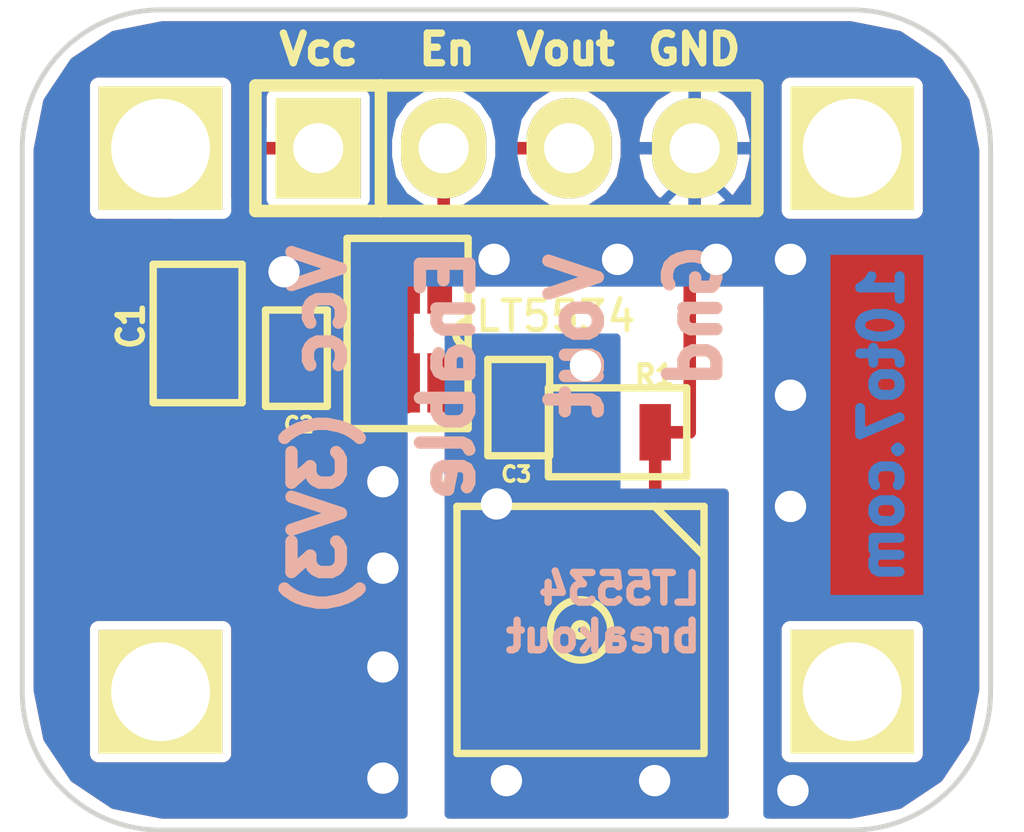
<source format=kicad_pcb>
(kicad_pcb (version 3) (host pcbnew "(2014-03-19 BZR 4756)-product")

  (general
    (links 16)
    (no_connects 0)
    (area 131.0436 97.77664 158.956401 117.2942)
    (thickness 1.6)
    (drawings 19)
    (tracks 105)
    (zones 0)
    (modules 11)
    (nets 7)
  )

  (page A4)
  (layers
    (15 F.Cu signal)
    (0 B.Cu signal)
    (16 B.Adhes user)
    (17 F.Adhes user)
    (18 B.Paste user)
    (19 F.Paste user)
    (20 B.SilkS user)
    (21 F.SilkS user)
    (22 B.Mask user)
    (23 F.Mask user)
    (24 Dwgs.User user)
    (25 Cmts.User user)
    (26 Eco1.User user)
    (27 Eco2.User user)
    (28 Edge.Cuts user)
  )

  (setup
    (last_trace_width 0.18)
    (trace_clearance 0.1)
    (zone_clearance 0.18)
    (zone_45_only no)
    (trace_min 0.18)
    (segment_width 0.2)
    (edge_width 0.1)
    (via_size 0.889)
    (via_drill 0.635)
    (via_min_size 0.889)
    (via_min_drill 0.508)
    (uvia_size 0.508)
    (uvia_drill 0.127)
    (uvias_allowed no)
    (uvia_min_size 0.508)
    (uvia_min_drill 0.127)
    (pcb_text_width 0.3)
    (pcb_text_size 1.5 1.5)
    (mod_edge_width 0.15)
    (mod_text_size 1 1)
    (mod_text_width 0.15)
    (pad_size 1.2 0.48)
    (pad_drill 0)
    (pad_to_mask_clearance 0)
    (aux_axis_origin 0 0)
    (grid_origin 135.2 113)
    (visible_elements FFFFFF7F)
    (pcbplotparams
      (layerselection 284196865)
      (usegerberextensions true)
      (excludeedgelayer true)
      (linewidth 0.150000)
      (plotframeref false)
      (viasonmask false)
      (mode 1)
      (useauxorigin false)
      (hpglpennumber 1)
      (hpglpenspeed 20)
      (hpglpendiameter 15)
      (hpglpenoverlay 2)
      (psnegative false)
      (psa4output false)
      (plotreference true)
      (plotvalue true)
      (plotothertext true)
      (plotinvisibletext false)
      (padsonsilk false)
      (subtractmaskfromsilk false)
      (outputformat 1)
      (mirror false)
      (drillshape 0)
      (scaleselection 1)
      (outputdirectory Gerber))
  )

  (net 0 "")
  (net 1 VCC)
  (net 2 GND)
  (net 3 "Net-(C3-Pad1)")
  (net 4 /RF_IN)
  (net 5 /Enable)
  (net 6 /Vout)

  (net_class Default "This is the default net class."
    (clearance 0.1)
    (trace_width 0.18)
    (via_dia 0.889)
    (via_drill 0.635)
    (uvia_dia 0.508)
    (uvia_drill 0.127)
    (add_net /Enable)
    (add_net /Vout)
    (add_net GND)
    (add_net "Net-(C3-Pad1)")
    (add_net VCC)
  )

  (net_class RFIn ""
    (clearance 0.2)
    (trace_width 0.25)
    (via_dia 0.889)
    (via_drill 0.635)
    (uvia_dia 0.508)
    (uvia_drill 0.127)
    (add_net /RF_IN)
  )

  (module 10to7_sm_standard:SM0603 (layer F.Cu) (tedit 5384765C) (tstamp 53845D5D)
    (at 138.75 105.75 90)
    (path /5383C654)
    (attr smd)
    (fp_text reference C1 (at 0.15 -1.35 90) (layer F.SilkS)
      (effects (font (size 0.508 0.4572) (thickness 0.1143)))
    )
    (fp_text value 0.1uF (at 0 1.425 90) (layer F.SilkS) hide
      (effects (font (size 0.508 0.4572) (thickness 0.1143)))
    )
    (fp_line (start -1.4 0.9) (end 1.4 0.9) (layer F.SilkS) (width 0.15))
    (fp_line (start 1.4 0.9) (end 1.4 -0.9) (layer F.SilkS) (width 0.15))
    (fp_line (start 1.4 -0.9) (end -1.4 -0.9) (layer F.SilkS) (width 0.15))
    (fp_line (start -1.4 -0.9) (end -1.4 0.9) (layer F.SilkS) (width 0.15))
    (pad 1 smd rect (at -0.762 0 90) (size 0.635 1.143) (layers F.Cu F.Paste F.Mask)
      (net 1 VCC))
    (pad 2 smd rect (at 0.762 0 90) (size 0.635 1.143) (layers F.Cu F.Paste F.Mask)
      (net 2 GND))
    (model smd\capacitors\C0603.wrl
      (at (xyz 0 0 0.001))
      (scale (xyz 0.5 0.5 0.5))
      (rotate (xyz 0 0 0))
    )
  )

  (module 10to7_sm_standard:SM0402 (layer F.Cu) (tedit 53847666) (tstamp 53845D67)
    (at 140.75 106.25 90)
    (path /5383C640)
    (attr smd)
    (fp_text reference C2 (at -1.35 0.05 360) (layer F.SilkS)
      (effects (font (size 0.3048 0.3048) (thickness 0.0762)))
    )
    (fp_text value 100pF (at 0 -0.9 90) (layer F.SilkS) hide
      (effects (font (size 0.3048 0.3048) (thickness 0.0762)))
    )
    (fp_line (start -0.975 0.625) (end 0.975 0.625) (layer F.SilkS) (width 0.15))
    (fp_line (start 0.975 0.625) (end 0.975 -0.625) (layer F.SilkS) (width 0.15))
    (fp_line (start 0.975 -0.625) (end -0.975 -0.625) (layer F.SilkS) (width 0.15))
    (fp_line (start -0.975 -0.625) (end -0.975 0.625) (layer F.SilkS) (width 0.15))
    (pad 1 smd rect (at -0.44958 0 90) (size 0.39878 0.59944) (layers F.Cu F.Paste F.Mask)
      (net 1 VCC))
    (pad 2 smd rect (at 0.44958 0 90) (size 0.39878 0.59944) (layers F.Cu F.Paste F.Mask)
      (net 2 GND))
    (model smd\chip_cms.wrl
      (at (xyz 0 0 0.002))
      (scale (xyz 0.05 0.05 0.05))
      (rotate (xyz 0 0 0))
    )
  )

  (module 10to7_sm_standard:SM0402 (layer F.Cu) (tedit 5384764D) (tstamp 53845D71)
    (at 145.25 107.25 270)
    (path /5383C714)
    (attr smd)
    (fp_text reference C3 (at 1.35 0.05 360) (layer F.SilkS)
      (effects (font (size 0.3048 0.3048) (thickness 0.0762)))
    )
    (fp_text value 1nF (at 0 -0.9 270) (layer F.SilkS) hide
      (effects (font (size 0.3048 0.3048) (thickness 0.0762)))
    )
    (fp_line (start -0.975 0.625) (end 0.975 0.625) (layer F.SilkS) (width 0.15))
    (fp_line (start 0.975 0.625) (end 0.975 -0.625) (layer F.SilkS) (width 0.15))
    (fp_line (start 0.975 -0.625) (end -0.975 -0.625) (layer F.SilkS) (width 0.15))
    (fp_line (start -0.975 -0.625) (end -0.975 0.625) (layer F.SilkS) (width 0.15))
    (pad 1 smd rect (at -0.44958 0 270) (size 0.39878 0.59944) (layers F.Cu F.Paste F.Mask)
      (net 3 "Net-(C3-Pad1)"))
    (pad 2 smd rect (at 0.44958 0 270) (size 0.39878 0.59944) (layers F.Cu F.Paste F.Mask)
      (net 4 /RF_IN))
    (model smd\chip_cms.wrl
      (at (xyz 0 0 0.002))
      (scale (xyz 0.05 0.05 0.05))
      (rotate (xyz 0 0 0))
    )
  )

  (module Pin_Headers:Pin_Header_Straight_1x04 (layer F.Cu) (tedit 53847047) (tstamp 53845D80)
    (at 145 102)
    (descr "1 pin")
    (tags "CONN DEV")
    (path /5383C5CA)
    (fp_text reference P1 (at 0 -2.286) (layer F.SilkS) hide
      (effects (font (size 1.27 1.27) (thickness 0.2032)))
    )
    (fp_text value CONN_4 (at 0 0) (layer F.SilkS) hide
      (effects (font (size 1.27 1.27) (thickness 0.2032)))
    )
    (fp_line (start -2.54 1.27) (end 5.08 1.27) (layer F.SilkS) (width 0.254))
    (fp_line (start -2.54 -1.27) (end 5.08 -1.27) (layer F.SilkS) (width 0.254))
    (fp_line (start -5.08 -1.27) (end -2.54 -1.27) (layer F.SilkS) (width 0.254))
    (fp_line (start 5.08 1.27) (end 5.08 -1.27) (layer F.SilkS) (width 0.254))
    (fp_line (start -2.54 -1.27) (end -2.54 1.27) (layer F.SilkS) (width 0.254))
    (fp_line (start -5.08 -1.27) (end -5.08 1.27) (layer F.SilkS) (width 0.254))
    (fp_line (start -5.08 1.27) (end -2.54 1.27) (layer F.SilkS) (width 0.254))
    (pad 1 thru_hole rect (at -3.81 0) (size 1.7272 2.032) (drill 1.016) (layers *.Cu *.Mask F.SilkS)
      (net 1 VCC))
    (pad 2 thru_hole oval (at -1.27 0) (size 1.7272 2.032) (drill 1.016) (layers *.Cu *.Mask F.SilkS)
      (net 5 /Enable))
    (pad 3 thru_hole oval (at 1.27 0) (size 1.7272 2.032) (drill 1.016) (layers *.Cu *.Mask F.SilkS)
      (net 6 /Vout))
    (pad 4 thru_hole oval (at 3.81 0) (size 1.7272 2.032) (drill 1.016) (layers *.Cu *.Mask F.SilkS)
      (net 2 GND))
    (model Pin_Headers/Pin_Header_Straight_1x04.wrl
      (at (xyz 0 0 0))
      (scale (xyz 1 1 1))
      (rotate (xyz 0 0 0))
    )
  )

  (module 10to7_sm_standard:SM0603 (layer F.Cu) (tedit 53847289) (tstamp 53845D8A)
    (at 147.25 107.75)
    (path /5383C728)
    (attr smd)
    (fp_text reference R1 (at 0.75 -1.15) (layer F.SilkS)
      (effects (font (size 0.4 0.4) (thickness 0.1)))
    )
    (fp_text value "47 Ohm" (at 0 1.425) (layer F.SilkS) hide
      (effects (font (size 0.508 0.4572) (thickness 0.1143)))
    )
    (fp_line (start -1.4 0.9) (end 1.4 0.9) (layer F.SilkS) (width 0.15))
    (fp_line (start 1.4 0.9) (end 1.4 -0.9) (layer F.SilkS) (width 0.15))
    (fp_line (start 1.4 -0.9) (end -1.4 -0.9) (layer F.SilkS) (width 0.15))
    (fp_line (start -1.4 -0.9) (end -1.4 0.9) (layer F.SilkS) (width 0.15))
    (pad 1 smd rect (at -0.762 0) (size 0.635 1.143) (layers F.Cu F.Paste F.Mask)
      (net 4 /RF_IN))
    (pad 2 smd rect (at 0.762 0) (size 0.635 1.143) (layers F.Cu F.Paste F.Mask)
      (net 2 GND))
    (model smd\capacitors\C0603.wrl
      (at (xyz 0 0 0.001))
      (scale (xyz 0.5 0.5 0.5))
      (rotate (xyz 0 0 0))
    )
  )

  (module 10to7_sm_standard:SC70 (layer F.Cu) (tedit 53847616) (tstamp 53846444)
    (at 143 105.75 270)
    (path /5383C526)
    (fp_text reference U1 (at -2.525 0 360) (layer F.SilkS) hide
      (effects (font (size 0.59944 0.59944) (thickness 0.09906)))
    )
    (fp_text value LT5534 (at -0.35 -3 360) (layer F.SilkS)
      (effects (font (size 0.59944 0.59944) (thickness 0.09906)))
    )
    (fp_line (start -1.825 -1.225) (end -1.925 -1.225) (layer F.SilkS) (width 0.15))
    (fp_line (start -1.925 -1.225) (end -1.925 1.225) (layer F.SilkS) (width 0.15))
    (fp_line (start -1.925 1.225) (end -1.85 1.225) (layer F.SilkS) (width 0.15))
    (fp_line (start 1.825 1.225) (end 1.925 1.225) (layer F.SilkS) (width 0.15))
    (fp_line (start 1.925 1.225) (end 1.925 -1.225) (layer F.SilkS) (width 0.15))
    (fp_line (start 1.925 -1.225) (end 1.825 -1.225) (layer F.SilkS) (width 0.15))
    (fp_arc (start 0 -1.225) (end 0.25 -1.225) (angle 90) (layer F.SilkS) (width 0.15))
    (fp_arc (start 0 -1.225) (end 0 -0.975) (angle 90) (layer F.SilkS) (width 0.15))
    (fp_line (start -1.825 -1.225) (end 1.825 -1.225) (layer F.SilkS) (width 0.15))
    (fp_line (start 1.825 1.225) (end -1.825 1.225) (layer F.SilkS) (width 0.15))
    (pad 2 smd trapezoid (at -1 0 270) (size 1.2 0.5) (layers F.Cu F.Paste F.Mask)
      (net 2 GND))
    (pad 5 smd trapezoid (at 1 0 270) (size 1.2 0.5) (layers F.Cu F.Paste F.Mask)
      (net 2 GND))
    (pad 1 smd trapezoid (at -1 -0.65 270) (size 1.2 0.5) (layers F.Cu F.Paste F.Mask)
      (net 5 /Enable))
    (pad 6 smd rect (at 1 -0.65 270) (size 1.2 0.5) (layers F.Cu F.Paste F.Mask)
      (net 3 "Net-(C3-Pad1)"))
    (pad 3 smd rect (at -1 0.65 270) (size 1.2 0.5) (layers F.Cu F.Paste F.Mask)
      (net 6 /Vout))
    (pad 4 smd rect (at 1 0.65 270) (size 1.2 0.5) (layers F.Cu F.Paste F.Mask)
      (net 1 VCC))
  )

  (module 10to7_connectors:U.FL (layer F.Cu) (tedit 5384703C) (tstamp 53845D77)
    (at 146.5 111.75 180)
    (path /5383C843)
    (fp_text reference U2 (at 0 -3.55 180) (layer F.SilkS) hide
      (effects (font (size 1 1) (thickness 0.15)))
    )
    (fp_text value Coax (at 3.4 0 270) (layer F.SilkS) hide
      (effects (font (size 1 1) (thickness 0.15)))
    )
    (fp_circle (center 0 0) (end 0.05 0) (layer F.SilkS) (width 0.15))
    (fp_line (start -2.5 1.5) (end -1.5 2.5) (layer F.SilkS) (width 0.15))
    (fp_line (start -2.5 -2.5) (end 2.5 -2.5) (layer F.SilkS) (width 0.15))
    (fp_line (start 2.5 -2.5) (end 2.5 2.5) (layer F.SilkS) (width 0.15))
    (fp_line (start 2.5 2.5) (end -2.5 2.5) (layer F.SilkS) (width 0.15))
    (fp_line (start -2.5 2.5) (end -2.5 -2.5) (layer F.SilkS) (width 0.15))
    (fp_circle (center 0 0) (end 0.35 -0.5) (layer F.SilkS) (width 0.15))
    (pad 2 smd rect (at 1.6 0 180) (size 1.2 2.2) (layers F.Cu F.Paste F.Mask)
      (net 2 GND))
    (pad 2 smd rect (at 0 -1.6 180) (size 1 1.2) (layers F.Cu F.Paste F.Mask)
      (net 2 GND))
    (pad 1 smd rect (at 0 1.6 180) (size 1 1.2) (layers F.Cu F.Paste F.Mask)
      (net 4 /RF_IN))
    (pad 2 smd rect (at -1.6 0 180) (size 1.2 2.2) (layers F.Cu F.Paste F.Mask)
      (net 2 GND))
  )

  (module 10to7_sm_standard:2mmHole (layer F.Cu) (tedit 538461C2) (tstamp 5384638A)
    (at 138 113)
    (fp_text reference 2mmHole_4 (at 0 2.875) (layer F.SilkS) hide
      (effects (font (thickness 0.3048)))
    )
    (fp_text value VAL** (at 0.20066 -2.49936) (layer F.SilkS) hide
      (effects (font (thickness 0.3048)))
    )
    (pad 1 thru_hole rect (at 0 0) (size 2.5 2.5) (drill 2) (layers *.Cu *.Mask F.SilkS))
  )

  (module 10to7_sm_standard:2mmHole (layer F.Cu) (tedit 538461B7) (tstamp 53846398)
    (at 152 113)
    (fp_text reference 2mmHole_3 (at 0 2.875) (layer F.SilkS) hide
      (effects (font (thickness 0.3048)))
    )
    (fp_text value VAL** (at 0.20066 -2.49936) (layer F.SilkS) hide
      (effects (font (thickness 0.3048)))
    )
    (pad 1 thru_hole rect (at 0 0) (size 2.5 2.5) (drill 2) (layers *.Cu *.Mask F.SilkS))
  )

  (module 10to7_sm_standard:2mmHole (layer F.Cu) (tedit 538461A0) (tstamp 538463A1)
    (at 152 102)
    (fp_text reference 2mmHole_2 (at 0 2.875) (layer F.SilkS) hide
      (effects (font (thickness 0.3048)))
    )
    (fp_text value VAL** (at 0.20066 -2.49936) (layer F.SilkS) hide
      (effects (font (thickness 0.3048)))
    )
    (pad 1 thru_hole rect (at 0 0) (size 2.5 2.5) (drill 2) (layers *.Cu *.Mask F.SilkS))
  )

  (module 10to7_sm_standard:2mmHole (layer F.Cu) (tedit 5384618F) (tstamp 538463AA)
    (at 138 102)
    (fp_text reference 2mmHole_1 (at 0 2.875) (layer F.SilkS) hide
      (effects (font (thickness 0.3048)))
    )
    (fp_text value VAL** (at 0.20066 -2.49936) (layer F.SilkS) hide
      (effects (font (thickness 0.3048)))
    )
    (pad 1 thru_hole rect (at 0 0) (size 2.5 2.5) (drill 2) (layers *.Cu *.Mask F.SilkS))
  )

  (gr_text 10to7.com (at 152.6 107.6 90) (layer B.Cu)
    (effects (font (size 0.8 0.8) (thickness 0.2)) (justify mirror))
  )
  (gr_text "LT5534\nbreakout" (at 149 111.4) (layer B.SilkS)
    (effects (font (size 0.6 0.6) (thickness 0.15)) (justify left mirror))
  )
  (gr_text 10to7.com (at 152.6 107.6 90) (layer B.Mask)
    (effects (font (size 0.8 0.8) (thickness 0.2)) (justify mirror))
  )
  (gr_text "Vcc (3V3)" (at 141.2 111.6 90) (layer B.SilkS)
    (effects (font (size 1 1) (thickness 0.25)) (justify right mirror))
  )
  (gr_text Enable (at 143.8 106.6 90) (layer B.SilkS)
    (effects (font (size 1 1) (thickness 0.25)) (justify mirror))
  )
  (gr_text Vout (at 146.4 105.8 90) (layer B.SilkS)
    (effects (font (size 1 1) (thickness 0.25)) (justify mirror))
  )
  (gr_text Gnd (at 148.8 105.4 90) (layer B.SilkS)
    (effects (font (size 1 1) (thickness 0.25)) (justify mirror))
  )
  (gr_text Vcc (at 141.2 100) (layer F.SilkS)
    (effects (font (size 0.6 0.6) (thickness 0.15)))
  )
  (gr_text En (at 143.8 100) (layer F.SilkS)
    (effects (font (size 0.6 0.6) (thickness 0.15)))
  )
  (gr_text Vout (at 146.2 100) (layer F.SilkS)
    (effects (font (size 0.6 0.6) (thickness 0.15)))
  )
  (gr_text GND (at 148.8 100) (layer F.SilkS)
    (effects (font (size 0.6 0.6) (thickness 0.15)))
  )
  (gr_line (start 135.2 102) (end 135.2 113) (angle 90) (layer Edge.Cuts) (width 0.1))
  (gr_line (start 152 99.2) (end 138 99.2) (angle 90) (layer Edge.Cuts) (width 0.1))
  (gr_arc (start 138 102) (end 135.2 102) (angle 90) (layer Edge.Cuts) (width 0.1))
  (gr_line (start 152 115.8) (end 138 115.8) (angle 90) (layer Edge.Cuts) (width 0.1))
  (gr_arc (start 138 113) (end 138 115.8) (angle 90) (layer Edge.Cuts) (width 0.1))
  (gr_line (start 154.8 113) (end 154.8 102) (angle 90) (layer Edge.Cuts) (width 0.1))
  (gr_arc (start 152 102) (end 152 99.2) (angle 90) (layer Edge.Cuts) (width 0.1))
  (gr_arc (start 152 113) (end 154.8 113) (angle 90) (layer Edge.Cuts) (width 0.1))

  (segment (start 140.75 106.6996) (end 141.431 106.6996) (width 0.254) (layer F.Cu) (net 1))
  (segment (start 142.35 106.75) (end 141.4814 106.75) (width 0.254) (layer F.Cu) (net 1))
  (segment (start 141.4814 106.75) (end 141.431 106.6996) (width 0.254) (layer F.Cu) (net 1))
  (segment (start 141.19 102) (end 139.9451 102) (width 0.254) (layer F.Cu) (net 1))
  (segment (start 139.9451 102) (end 139.9451 103.1348) (width 0.254) (layer F.Cu) (net 1))
  (segment (start 139.9451 103.1348) (end 139.4485 103.6314) (width 0.254) (layer F.Cu) (net 1))
  (segment (start 139.4485 103.6314) (end 138.6778 103.6314) (width 0.254) (layer F.Cu) (net 1))
  (segment (start 138.6778 103.6314) (end 137.7971 104.5121) (width 0.254) (layer F.Cu) (net 1))
  (segment (start 137.7971 104.5121) (end 137.7971 105.5591) (width 0.254) (layer F.Cu) (net 1))
  (segment (start 137.7971 105.5591) (end 138.75 106.512) (width 0.254) (layer F.Cu) (net 1))
  (segment (start 138.75 106.512) (end 139.7028 106.512) (width 0.254) (layer F.Cu) (net 1))
  (segment (start 140.75 106.6996) (end 139.8904 106.6996) (width 0.254) (layer F.Cu) (net 1))
  (segment (start 139.8904 106.6996) (end 139.7028 106.512) (width 0.254) (layer F.Cu) (net 1))
  (segment (start 150.75 109.25) (end 150.75 110.95) (width 0.18) (layer B.Cu) (net 2))
  (segment (start 153.8 111.6) (end 153.8 114.4) (width 0.18) (layer B.Cu) (net 2) (tstamp 538479B8))
  (segment (start 153.4 111.2) (end 153.8 111.6) (width 0.18) (layer B.Cu) (net 2) (tstamp 538479B4))
  (segment (start 151 111.2) (end 153.4 111.2) (width 0.18) (layer B.Cu) (net 2) (tstamp 538479B1))
  (segment (start 150.75 110.95) (end 151 111.2) (width 0.18) (layer B.Cu) (net 2) (tstamp 538479AF))
  (segment (start 153.8 114.4) (end 153.4 114.8) (width 0.18) (layer B.Cu) (net 2) (tstamp 538479BA))
  (segment (start 153.4 114.8) (end 151 114.8) (width 0.18) (layer B.Cu) (net 2) (tstamp 538479BD))
  (segment (start 151 114.8) (end 150.8 115) (width 0.18) (layer B.Cu) (net 2) (tstamp 538479BF))
  (segment (start 146.5 112.3687) (end 145.5187 112.3687) (width 0.254) (layer F.Cu) (net 2))
  (segment (start 145.5187 112.3687) (end 144.9 111.75) (width 0.254) (layer F.Cu) (net 2))
  (segment (start 148.012 111.6675) (end 147.3108 112.3687) (width 0.254) (layer F.Cu) (net 2))
  (segment (start 147.3108 112.3687) (end 146.5 112.3687) (width 0.254) (layer F.Cu) (net 2))
  (segment (start 148.012 111.6675) (end 148.012 107.75) (width 0.254) (layer F.Cu) (net 2))
  (segment (start 148.1 111.75) (end 148.0945 111.75) (width 0.254) (layer F.Cu) (net 2))
  (segment (start 148.0945 111.75) (end 148.012 111.6675) (width 0.254) (layer F.Cu) (net 2))
  (segment (start 146.5 113.35) (end 146.5 112.3687) (width 0.254) (layer F.Cu) (net 2))
  (segment (start 143 104.75) (end 143 105.7687) (width 0.254) (layer F.Cu) (net 2))
  (segment (start 140.75 105.8004) (end 141.431 105.8004) (width 0.254) (layer F.Cu) (net 2))
  (segment (start 143 106.75) (end 143 105.7687) (width 0.254) (layer F.Cu) (net 2))
  (segment (start 143 105.7687) (end 141.4627 105.7687) (width 0.254) (layer F.Cu) (net 2))
  (segment (start 141.4627 105.7687) (end 141.431 105.8004) (width 0.254) (layer F.Cu) (net 2))
  (segment (start 143 107.2406) (end 143 106.75) (width 0.254) (layer F.Cu) (net 2))
  (segment (start 140.75 105.8004) (end 138.8636 105.8004) (width 0.254) (layer F.Cu) (net 2))
  (segment (start 138.75 104.988) (end 138.75 105.6868) (width 0.254) (layer F.Cu) (net 2))
  (segment (start 138.8636 105.8004) (end 138.75 105.6868) (width 0.254) (layer F.Cu) (net 2))
  (segment (start 148.81 102) (end 148.81 103.3973) (width 0.254) (layer F.Cu) (net 2))
  (segment (start 148.012 107.75) (end 148.7108 107.75) (width 0.254) (layer F.Cu) (net 2))
  (segment (start 148.7108 107.75) (end 148.7108 103.4965) (width 0.254) (layer F.Cu) (net 2))
  (segment (start 148.7108 103.4965) (end 148.81 103.3973) (width 0.254) (layer F.Cu) (net 2))
  (segment (start 148.81 102) (end 148.81 102.44) (width 0.18) (layer B.Cu) (net 2))
  (segment (start 148.1 114.7) (end 148 114.8) (width 0.18) (layer F.Cu) (net 2) (tstamp 53846AD1))
  (via (at 148 114.8) (size 0.889) (layers F.Cu B.Cu) (net 2))
  (segment (start 148 114.8) (end 147.75 115.05) (width 0.18) (layer B.Cu) (net 2) (tstamp 53846AD6))
  (segment (start 147.75 115.05) (end 145 114.8) (width 0.18) (layer B.Cu) (net 2) (tstamp 53846AD7))
  (via (at 145 114.8) (size 0.889) (layers F.Cu B.Cu) (net 2))
  (segment (start 145 114.8) (end 145 115.05) (width 0.18) (layer F.Cu) (net 2) (tstamp 53846ADD))
  (segment (start 148.1 111.75) (end 148.1 114.7) (width 0.18) (layer F.Cu) (net 2))
  (segment (start 139.238 104.5) (end 138.75 104.988) (width 0.18) (layer F.Cu) (net 2) (tstamp 53846B10))
  (segment (start 148.81 102.44) (end 146.75 104.5) (width 0.18) (layer B.Cu) (net 2) (tstamp 53846985))
  (via (at 140.5 104.5) (size 0.889) (layers F.Cu B.Cu) (net 2))
  (segment (start 146.75 104.5) (end 140.5 104.5) (width 0.18) (layer B.Cu) (net 2) (tstamp 5384698F))
  (segment (start 140.5 104.5) (end 139.238 104.5) (width 0.18) (layer F.Cu) (net 2))
  (via (at 150.75 104.25) (size 0.889) (layers F.Cu B.Cu) (net 2))
  (segment (start 150.75 104.25) (end 150.75 107) (width 0.18) (layer F.Cu) (net 2) (tstamp 53846BCB))
  (via (at 150.75 107) (size 0.889) (layers F.Cu B.Cu) (net 2))
  (segment (start 150.75 107) (end 150.75 109.25) (width 0.18) (layer B.Cu) (net 2) (tstamp 53846BD1))
  (via (at 150.75 109.25) (size 0.889) (layers F.Cu B.Cu) (net 2))
  (segment (start 150.75 109.25) (end 150.75 109) (width 0.18) (layer F.Cu) (net 2) (tstamp 53846BD4))
  (segment (start 148.81 102.31) (end 150.75 104.25) (width 0.18) (layer B.Cu) (net 2) (tstamp 53846BC1))
  (segment (start 148.81 102) (end 148.81 102.31) (width 0.18) (layer B.Cu) (net 2))
  (via (at 149.25 104.25) (size 0.889) (layers F.Cu B.Cu) (net 2))
  (segment (start 149.25 104.25) (end 147.25 104.25) (width 0.18) (layer B.Cu) (net 2) (tstamp 53846BEC))
  (via (at 147.25 104.25) (size 0.889) (layers F.Cu B.Cu) (net 2))
  (segment (start 147.25 104.25) (end 144.75 104.25) (width 0.18) (layer F.Cu) (net 2) (tstamp 53846BF3))
  (via (at 144.75 104.25) (size 0.889) (layers F.Cu B.Cu) (net 2))
  (segment (start 150.75 104.25) (end 149.25 104.25) (width 0.18) (layer F.Cu) (net 2))
  (segment (start 153.8 114.4) (end 153.4 114.8) (width 0.18) (layer B.Cu) (net 2) (tstamp 53846D83))
  (segment (start 153.4 114.8) (end 151 114.8) (width 0.18) (layer B.Cu) (net 2) (tstamp 53846D84))
  (segment (start 151 114.8) (end 150.8 115) (width 0.18) (layer B.Cu) (net 2) (tstamp 53846D85))
  (via (at 150.8 115) (size 0.889) (layers F.Cu B.Cu) (net 2))
  (segment (start 144.9 109.3) (end 144.8 109.2) (width 0.18) (layer F.Cu) (net 2) (tstamp 53846EE4))
  (via (at 144.8 109.2) (size 0.889) (layers F.Cu B.Cu) (net 2))
  (segment (start 144.8 109.2) (end 146.6 107.4) (width 0.18) (layer B.Cu) (net 2) (tstamp 53846EEC))
  (segment (start 146.6 107.4) (end 146.6 106.4) (width 0.18) (layer B.Cu) (net 2) (tstamp 53846EED))
  (via (at 146.6 106.4) (size 0.889) (layers F.Cu B.Cu) (net 2))
  (segment (start 144.9 111.75) (end 144.9 109.3) (width 0.18) (layer F.Cu) (net 2))
  (segment (start 140.5 104.5) (end 140.5 106.75) (width 0.18) (layer B.Cu) (net 2))
  (segment (start 140.5 106.75) (end 142.5 108.75) (width 0.18) (layer B.Cu) (net 2) (tstamp 53846BA1))
  (via (at 142.5 108.75) (size 0.889) (layers F.Cu B.Cu) (net 2))
  (segment (start 142.5 108.75) (end 142.5 110.5) (width 0.18) (layer F.Cu) (net 2) (tstamp 53846BAA))
  (via (at 142.5 110.5) (size 0.889) (layers F.Cu B.Cu) (net 2))
  (segment (start 142.5 110.5) (end 142.5 112.5) (width 0.18) (layer B.Cu) (net 2) (tstamp 53846BAD))
  (via (at 142.5 112.5) (size 0.889) (layers F.Cu B.Cu) (net 2))
  (segment (start 142.5 112.5) (end 142.5 114.75) (width 0.18) (layer F.Cu) (net 2) (tstamp 53846BB3))
  (via (at 142.5 114.75) (size 0.889) (layers F.Cu B.Cu) (net 2))
  (segment (start 143.70042 106.80042) (end 143.65 106.75) (width 0.254) (layer F.Cu) (net 3) (tstamp 538464EB))
  (segment (start 145.25 106.80042) (end 143.70042 106.80042) (width 0.254) (layer F.Cu) (net 3))
  (segment (start 146.43758 107.69958) (end 146.488 107.75) (width 0.18) (layer F.Cu) (net 4) (tstamp 53846F7D))
  (segment (start 145.25 107.69958) (end 146.43758 107.69958) (width 0.25) (layer F.Cu) (net 4))
  (segment (start 146.488 110.138) (end 146.5 110.15) (width 0.18) (layer F.Cu) (net 4) (tstamp 53846F98))
  (segment (start 146.488 107.75) (end 146.488 110.138) (width 0.25) (layer F.Cu) (net 4))
  (segment (start 143.73 102) (end 143.73 103.3973) (width 0.254) (layer F.Cu) (net 5))
  (segment (start 143.65 104.75) (end 143.65 103.4773) (width 0.254) (layer F.Cu) (net 5))
  (segment (start 143.65 103.4773) (end 143.73 103.3973) (width 0.254) (layer F.Cu) (net 5))
  (segment (start 146.27 102) (end 145.0251 102) (width 0.254) (layer F.Cu) (net 6))
  (segment (start 142.35 104.75) (end 142.35 103.7233) (width 0.254) (layer F.Cu) (net 6))
  (segment (start 142.35 103.7233) (end 142.435 103.6383) (width 0.254) (layer F.Cu) (net 6))
  (segment (start 142.435 103.6383) (end 142.435 101.3791) (width 0.254) (layer F.Cu) (net 6))
  (segment (start 142.435 101.3791) (end 143.2265 100.5876) (width 0.254) (layer F.Cu) (net 6))
  (segment (start 143.2265 100.5876) (end 144.2809 100.5876) (width 0.254) (layer F.Cu) (net 6))
  (segment (start 144.2809 100.5876) (end 145.0251 101.3318) (width 0.254) (layer F.Cu) (net 6))
  (segment (start 145.0251 101.3318) (end 145.0251 102) (width 0.254) (layer F.Cu) (net 6))

  (zone (net 2) (net_name GND) (layer B.Cu) (tstamp 53846839) (hatch edge 0.508)
    (connect_pads (clearance 0.18))
    (min_thickness 0.18)
    (fill (arc_segments 16) (thermal_gap 0.25) (thermal_bridge_width 0.25))
    (polygon
      (pts
        (xy 143.75 105.75) (xy 149.5 105.75) (xy 149.5 115.75) (xy 143.75 115.75)
      )
    )
    (filled_polygon
      (pts
        (xy 149.41 115.48) (xy 143.84 115.48) (xy 143.84 105.84) (xy 147.22 105.84) (xy 147.22 108.98)
        (xy 149.41 108.98) (xy 149.41 115.48)
      )
    )
  )
  (zone (net 2) (net_name GND) (layer F.Cu) (tstamp 5384685A) (hatch edge 0.508)
    (connect_pads (clearance 0.18))
    (min_thickness 0.18)
    (fill (arc_segments 16) (thermal_gap 0.25) (thermal_bridge_width 0.25))
    (polygon
      (pts
        (xy 143.75 105.75) (xy 149.5 105.75) (xy 149.5 115.75) (xy 143.75 115.75)
      )
    )
    (filled_polygon
      (pts
        (xy 149.41 115.48) (xy 149.04 115.48) (xy 149.04 112.91763) (xy 149.04 112.78237) (xy 149.04 111.87)
        (xy 149.04 111.63) (xy 149.04 110.71763) (xy 149.04 110.58237) (xy 148.988238 110.457405) (xy 148.892594 110.361762)
        (xy 148.76763 110.31) (xy 148.22 110.31) (xy 148.135 110.395) (xy 148.135 111.715) (xy 148.955 111.715)
        (xy 149.04 111.63) (xy 149.04 111.87) (xy 148.955 111.785) (xy 148.135 111.785) (xy 148.135 113.105)
        (xy 148.22 113.19) (xy 148.76763 113.19) (xy 148.892594 113.138238) (xy 148.988238 113.042595) (xy 149.04 112.91763)
        (xy 149.04 115.48) (xy 148.065 115.48) (xy 148.065 113.105) (xy 148.065 111.785) (xy 147.245 111.785)
        (xy 147.16 111.87) (xy 147.16 112.448261) (xy 147.06763 112.41) (xy 146.62 112.41) (xy 146.535 112.495)
        (xy 146.535 113.315) (xy 147.255 113.315) (xy 147.34 113.23) (xy 147.34 113.151738) (xy 147.43237 113.19)
        (xy 147.98 113.19) (xy 148.065 113.105) (xy 148.065 115.48) (xy 147.34 115.48) (xy 147.34 114.01763)
        (xy 147.34 113.88237) (xy 147.34 113.47) (xy 147.255 113.385) (xy 146.535 113.385) (xy 146.535 114.205)
        (xy 146.62 114.29) (xy 147.06763 114.29) (xy 147.192594 114.238238) (xy 147.288238 114.142595) (xy 147.34 114.01763)
        (xy 147.34 115.48) (xy 146.465 115.48) (xy 146.465 114.205) (xy 146.465 113.385) (xy 146.465 113.315)
        (xy 146.465 112.495) (xy 146.38 112.41) (xy 145.93237 112.41) (xy 145.84 112.448261) (xy 145.84 111.87)
        (xy 145.755 111.785) (xy 144.935 111.785) (xy 144.935 113.105) (xy 145.02 113.19) (xy 145.56763 113.19)
        (xy 145.66 113.151738) (xy 145.66 113.23) (xy 145.745 113.315) (xy 146.465 113.315) (xy 146.465 113.385)
        (xy 145.745 113.385) (xy 145.66 113.47) (xy 145.66 113.88237) (xy 145.66 114.01763) (xy 145.711762 114.142595)
        (xy 145.807406 114.238238) (xy 145.93237 114.29) (xy 146.38 114.29) (xy 146.465 114.205) (xy 146.465 115.48)
        (xy 144.865 115.48) (xy 144.865 113.105) (xy 144.865 111.785) (xy 144.865 111.715) (xy 144.865 110.395)
        (xy 144.78 110.31) (xy 144.23237 110.31) (xy 144.107406 110.361762) (xy 144.011762 110.457405) (xy 143.96 110.58237)
        (xy 143.96 110.71763) (xy 143.96 111.63) (xy 144.045 111.715) (xy 144.865 111.715) (xy 144.865 111.785)
        (xy 144.045 111.785) (xy 143.96 111.87) (xy 143.96 112.78237) (xy 143.96 112.91763) (xy 144.011762 113.042595)
        (xy 144.107406 113.138238) (xy 144.23237 113.19) (xy 144.78 113.19) (xy 144.865 113.105) (xy 144.865 115.48)
        (xy 143.84 115.48) (xy 143.84 107.62) (xy 143.953706 107.62) (xy 144.052942 107.578895) (xy 144.128895 107.502943)
        (xy 144.17 107.403707) (xy 144.17 107.296294) (xy 144.17 107.19742) (xy 144.766052 107.19742) (xy 144.797337 107.228705)
        (xy 144.822616 107.239176) (xy 144.786008 107.25434) (xy 144.70443 107.335918) (xy 144.66028 107.442506) (xy 144.66028 107.557875)
        (xy 144.66028 107.956655) (xy 144.70443 108.063242) (xy 144.786008 108.14482) (xy 144.892596 108.18897) (xy 145.007965 108.18897)
        (xy 145.607405 108.18897) (xy 145.713992 108.14482) (xy 145.744232 108.11458) (xy 145.8805 108.11458) (xy 145.8805 108.379185)
        (xy 145.92465 108.485772) (xy 146.006228 108.56735) (xy 146.073 108.595007) (xy 146.073 109.26) (xy 145.942315 109.26)
        (xy 145.835728 109.30415) (xy 145.75415 109.385728) (xy 145.71 109.492316) (xy 145.71 109.607685) (xy 145.71 110.379167)
        (xy 145.692594 110.361762) (xy 145.56763 110.31) (xy 145.02 110.31) (xy 144.935 110.395) (xy 144.935 111.715)
        (xy 145.755 111.715) (xy 145.84 111.63) (xy 145.84 110.997619) (xy 145.942316 111.04) (xy 146.057685 111.04)
        (xy 147.057685 111.04) (xy 147.16 110.997619) (xy 147.16 111.63) (xy 147.245 111.715) (xy 148.065 111.715)
        (xy 148.065 110.395) (xy 147.98 110.31) (xy 147.43237 110.31) (xy 147.307406 110.361762) (xy 147.29 110.379167)
        (xy 147.29 109.492315) (xy 147.24585 109.385728) (xy 147.164272 109.30415) (xy 147.057684 109.26) (xy 146.942315 109.26)
        (xy 146.903 109.26) (xy 146.903 108.595008) (xy 146.969772 108.56735) (xy 147.05135 108.485772) (xy 147.0955 108.379184)
        (xy 147.0955 108.263815) (xy 147.0955 107.120815) (xy 147.05135 107.014228) (xy 146.969772 106.93265) (xy 146.863184 106.8885)
        (xy 146.747815 106.8885) (xy 146.112815 106.8885) (xy 146.006228 106.93265) (xy 145.92465 107.014228) (xy 145.8805 107.120816)
        (xy 145.8805 107.236185) (xy 145.8805 107.28458) (xy 145.744232 107.28458) (xy 145.713992 107.25434) (xy 145.677382 107.239176)
        (xy 145.702662 107.228705) (xy 145.778615 107.152753) (xy 145.81972 107.053517) (xy 145.81972 106.946104) (xy 145.81972 106.547324)
        (xy 145.778615 106.448088) (xy 145.702663 106.372135) (xy 145.603427 106.33103) (xy 145.496014 106.33103) (xy 144.896574 106.33103)
        (xy 144.797338 106.372135) (xy 144.766052 106.40342) (xy 144.17 106.40342) (xy 144.17 106.096294) (xy 144.128895 105.997058)
        (xy 144.052943 105.921105) (xy 143.953707 105.88) (xy 143.846294 105.88) (xy 143.84 105.88) (xy 143.84 105.84)
        (xy 147.22 105.84) (xy 147.22 108.98) (xy 149.41 108.98) (xy 149.41 115.48)
      )
    )
  )
  (zone (net 2) (net_name GND) (layer F.Cu) (tstamp 53846B2B) (hatch edge 0.508)
    (connect_pads (clearance 0.18))
    (min_thickness 0.18)
    (fill (arc_segments 16) (thermal_gap 0.25) (thermal_bridge_width 0.25))
    (polygon
      (pts
        (xy 155.5 115.75) (xy 150.25 115.75) (xy 150.2 104.8) (xy 143 104.8) (xy 143 115.75)
        (xy 134.75 115.75) (xy 134.75 99) (xy 154.5 99) (xy 155.4 99) (xy 155.5 103.75)
      )
    )
    (filled_polygon
      (pts
        (xy 142.91 105.88) (xy 142.696294 105.88) (xy 142.675 105.88882) (xy 142.653707 105.88) (xy 142.546294 105.88)
        (xy 142.046294 105.88) (xy 141.947058 105.921105) (xy 141.871105 105.997057) (xy 141.83 106.096293) (xy 141.83 106.203706)
        (xy 141.83 106.353) (xy 141.613126 106.353) (xy 141.582925 106.33282) (xy 141.431 106.3026) (xy 141.233967 106.3026)
        (xy 141.226122 106.294755) (xy 141.242315 106.288048) (xy 141.337958 106.192404) (xy 141.38972 106.06744) (xy 141.38972 105.92042)
        (xy 141.38972 105.68042) (xy 141.38972 105.5334) (xy 141.337958 105.408436) (xy 141.242315 105.312792) (xy 141.11735 105.26103)
        (xy 140.98209 105.26103) (xy 140.87 105.26103) (xy 140.785 105.34603) (xy 140.785 105.76542) (xy 141.30472 105.76542)
        (xy 141.38972 105.68042) (xy 141.38972 105.92042) (xy 141.30472 105.83542) (xy 140.785 105.83542) (xy 140.785 105.85542)
        (xy 140.715 105.85542) (xy 140.715 105.83542) (xy 140.715 105.76542) (xy 140.715 105.34603) (xy 140.63 105.26103)
        (xy 140.51791 105.26103) (xy 140.38265 105.26103) (xy 140.257685 105.312792) (xy 140.162042 105.408436) (xy 140.11028 105.5334)
        (xy 140.11028 105.68042) (xy 140.19528 105.76542) (xy 140.715 105.76542) (xy 140.715 105.83542) (xy 140.19528 105.83542)
        (xy 140.11028 105.92042) (xy 140.11028 106.06744) (xy 140.162042 106.192404) (xy 140.257685 106.288048) (xy 140.273877 106.294755)
        (xy 140.266032 106.3026) (xy 140.054842 106.3026) (xy 139.983521 106.231279) (xy 139.854725 106.14522) (xy 139.7028 106.115)
        (xy 139.6615 106.115) (xy 139.6615 105.37313) (xy 139.6615 105.108) (xy 139.6615 104.868) (xy 139.6615 104.60287)
        (xy 139.609738 104.477906) (xy 139.514095 104.382262) (xy 139.38913 104.3305) (xy 139.25387 104.3305) (xy 138.87 104.3305)
        (xy 138.785 104.4155) (xy 138.785 104.953) (xy 139.5765 104.953) (xy 139.6615 104.868) (xy 139.6615 105.108)
        (xy 139.5765 105.023) (xy 138.785 105.023) (xy 138.785 105.5605) (xy 138.87 105.6455) (xy 139.25387 105.6455)
        (xy 139.38913 105.6455) (xy 139.514095 105.593738) (xy 139.609738 105.498094) (xy 139.6615 105.37313) (xy 139.6615 106.115)
        (xy 139.580815 106.115) (xy 139.550395 106.041558) (xy 139.474443 105.965605) (xy 139.375207 105.9245) (xy 139.267794 105.9245)
        (xy 138.723942 105.9245) (xy 138.444942 105.6455) (xy 138.63 105.6455) (xy 138.715 105.5605) (xy 138.715 105.023)
        (xy 138.695 105.023) (xy 138.695 104.953) (xy 138.715 104.953) (xy 138.715 104.4155) (xy 138.63 104.3305)
        (xy 138.540142 104.3305) (xy 138.842242 104.0284) (xy 139.4485 104.0284) (xy 139.4485 104.028399) (xy 139.600425 103.99818)
        (xy 139.729221 103.912121) (xy 140.225821 103.415522) (xy 140.225821 103.415521) (xy 140.31188 103.286726) (xy 140.31188 103.286725)
        (xy 140.312024 103.286) (xy 140.380106 103.286) (xy 142.038 103.286) (xy 142.038 103.489391) (xy 141.98322 103.571375)
        (xy 141.953 103.7233) (xy 141.953 103.918643) (xy 141.947058 103.921105) (xy 141.871105 103.997057) (xy 141.83 104.096293)
        (xy 141.83 104.203706) (xy 141.83 105.403706) (xy 141.871105 105.502942) (xy 141.947057 105.578895) (xy 142.046293 105.62)
        (xy 142.153706 105.62) (xy 142.653706 105.62) (xy 142.674999 105.611179) (xy 142.696293 105.62) (xy 142.803706 105.62)
        (xy 142.91 105.62) (xy 142.91 105.88)
      )
    )
    (filled_polygon
      (pts
        (xy 154.48 112.968484) (xy 154.285429 113.946655) (xy 153.749191 114.749192) (xy 153.52 114.902332) (xy 153.52 114.303707)
        (xy 153.52 114.196294) (xy 153.52 111.696294) (xy 153.52 103.303707) (xy 153.52 103.196294) (xy 153.52 100.696294)
        (xy 153.478895 100.597058) (xy 153.402943 100.521105) (xy 153.303707 100.48) (xy 153.196294 100.48) (xy 150.696294 100.48)
        (xy 150.597058 100.521105) (xy 150.521105 100.597057) (xy 150.48 100.696293) (xy 150.48 100.803706) (xy 150.48 103.303706)
        (xy 150.521105 103.402942) (xy 150.597057 103.478895) (xy 150.696293 103.52) (xy 150.803706 103.52) (xy 153.303706 103.52)
        (xy 153.402942 103.478895) (xy 153.478895 103.402943) (xy 153.52 103.303707) (xy 153.52 111.696294) (xy 153.478895 111.597058)
        (xy 153.402943 111.521105) (xy 153.303707 111.48) (xy 153.196294 111.48) (xy 150.696294 111.48) (xy 150.597058 111.521105)
        (xy 150.521105 111.597057) (xy 150.48 111.696293) (xy 150.48 111.803706) (xy 150.48 114.303706) (xy 150.521105 114.402942)
        (xy 150.597057 114.478895) (xy 150.696293 114.52) (xy 150.803706 114.52) (xy 153.303706 114.52) (xy 153.402942 114.478895)
        (xy 153.478895 114.402943) (xy 153.52 114.303707) (xy 153.52 114.902332) (xy 152.946655 115.285429) (xy 151.968484 115.48)
        (xy 150.338768 115.48) (xy 150.28959 104.71) (xy 150.0136 104.71) (xy 150.0136 102.1874) (xy 150.0136 102.035)
        (xy 150.0136 101.965) (xy 150.0136 101.8126) (xy 149.908587 101.354666) (xy 149.636324 100.971777) (xy 149.238261 100.722225)
        (xy 149.032774 100.664796) (xy 148.845 100.729548) (xy 148.845 101.965) (xy 150.0136 101.965) (xy 150.0136 102.035)
        (xy 148.845 102.035) (xy 148.845 103.270452) (xy 149.032774 103.335204) (xy 149.238261 103.277775) (xy 149.636324 103.028223)
        (xy 149.908587 102.645334) (xy 150.0136 102.1874) (xy 150.0136 104.71) (xy 148.775 104.71) (xy 148.775 103.270452)
        (xy 148.775 102.035) (xy 148.775 101.965) (xy 148.775 100.729548) (xy 148.587226 100.664796) (xy 148.381739 100.722225)
        (xy 147.983676 100.971777) (xy 147.711413 101.354666) (xy 147.6064 101.8126) (xy 147.6064 101.965) (xy 148.775 101.965)
        (xy 148.775 102.035) (xy 147.6064 102.035) (xy 147.6064 102.1874) (xy 147.711413 102.645334) (xy 147.983676 103.028223)
        (xy 148.381739 103.277775) (xy 148.587226 103.335204) (xy 148.775 103.270452) (xy 148.775 104.71) (xy 144.17 104.71)
        (xy 144.17 104.096294) (xy 144.128895 103.997058) (xy 144.052943 103.921105) (xy 144.047 103.918643) (xy 144.047 103.623725)
        (xy 144.09678 103.549225) (xy 144.126999 103.3973) (xy 144.127 103.3973) (xy 144.127 103.232225) (xy 144.16381 103.224904)
        (xy 144.531576 102.97917) (xy 144.77731 102.611404) (xy 144.831506 102.338938) (xy 144.873175 102.36678) (xy 145.0251 102.397)
        (xy 145.180042 102.397) (xy 145.22269 102.611404) (xy 145.468424 102.97917) (xy 145.83619 103.224904) (xy 146.27 103.311194)
        (xy 146.70381 103.224904) (xy 147.071576 102.97917) (xy 147.31731 102.611404) (xy 147.4036 102.177594) (xy 147.4036 101.822406)
        (xy 147.31731 101.388596) (xy 147.071576 101.02083) (xy 146.70381 100.775096) (xy 146.27 100.688806) (xy 145.83619 100.775096)
        (xy 145.468424 101.02083) (xy 145.377016 101.15763) (xy 145.305822 101.051079) (xy 144.561621 100.306879) (xy 144.432825 100.22082)
        (xy 144.2809 100.1906) (xy 143.2265 100.1906) (xy 143.074575 100.22082) (xy 142.945779 100.306879) (xy 142.323237 100.92942)
        (xy 142.282495 100.831058) (xy 142.206543 100.755105) (xy 142.107307 100.714) (xy 141.999894 100.714) (xy 140.272694 100.714)
        (xy 140.173458 100.755105) (xy 140.097505 100.831057) (xy 140.0564 100.930293) (xy 140.0564 101.037706) (xy 140.0564 101.603)
        (xy 139.9451 101.603) (xy 139.793175 101.63322) (xy 139.664379 101.719279) (xy 139.57832 101.848075) (xy 139.5481 102)
        (xy 139.5481 102.970357) (xy 139.52 102.998457) (xy 139.52 100.696294) (xy 139.478895 100.597058) (xy 139.402943 100.521105)
        (xy 139.303707 100.48) (xy 139.196294 100.48) (xy 136.696294 100.48) (xy 136.597058 100.521105) (xy 136.521105 100.597057)
        (xy 136.48 100.696293) (xy 136.48 100.803706) (xy 136.48 103.303706) (xy 136.521105 103.402942) (xy 136.597057 103.478895)
        (xy 136.696293 103.52) (xy 136.803706 103.52) (xy 138.227758 103.52) (xy 137.516379 104.231379) (xy 137.43032 104.360175)
        (xy 137.4001 104.5121) (xy 137.4001 105.5591) (xy 137.43032 105.711025) (xy 137.516379 105.839821) (xy 137.9085 106.231942)
        (xy 137.9085 106.248206) (xy 137.9085 106.883206) (xy 137.949605 106.982442) (xy 138.025557 107.058395) (xy 138.124793 107.0995)
        (xy 138.232206 107.0995) (xy 139.375206 107.0995) (xy 139.474442 107.058395) (xy 139.550395 106.982443) (xy 139.56838 106.939022)
        (xy 139.609678 106.980321) (xy 139.609679 106.980321) (xy 139.695737 107.037823) (xy 139.738474 107.066379) (xy 139.738475 107.06638)
        (xy 139.8904 107.0966) (xy 140.266072 107.0966) (xy 140.297337 107.127865) (xy 140.396573 107.16897) (xy 140.503986 107.16897)
        (xy 141.103426 107.16897) (xy 141.202662 107.127865) (xy 141.233927 107.0966) (xy 141.299272 107.0966) (xy 141.299273 107.0966)
        (xy 141.329474 107.11678) (xy 141.329475 107.11678) (xy 141.35468 107.121793) (xy 141.4814 107.147) (xy 141.83 107.147)
        (xy 141.83 107.403706) (xy 141.871105 107.502942) (xy 141.947057 107.578895) (xy 142.046293 107.62) (xy 142.153706 107.62)
        (xy 142.653706 107.62) (xy 142.674999 107.611179) (xy 142.696293 107.62) (xy 142.803706 107.62) (xy 142.91 107.62)
        (xy 142.91 115.48) (xy 139.52 115.48) (xy 139.52 114.303707) (xy 139.52 114.196294) (xy 139.52 111.696294)
        (xy 139.478895 111.597058) (xy 139.402943 111.521105) (xy 139.303707 111.48) (xy 139.196294 111.48) (xy 136.696294 111.48)
        (xy 136.597058 111.521105) (xy 136.521105 111.597057) (xy 136.48 111.696293) (xy 136.48 111.803706) (xy 136.48 114.303706)
        (xy 136.521105 114.402942) (xy 136.597057 114.478895) (xy 136.696293 114.52) (xy 136.803706 114.52) (xy 139.303706 114.52)
        (xy 139.402942 114.478895) (xy 139.478895 114.402943) (xy 139.52 114.303707) (xy 139.52 115.48) (xy 138.031515 115.48)
        (xy 137.053344 115.285429) (xy 136.250807 114.749191) (xy 135.71457 113.946655) (xy 135.52 112.968484) (xy 135.52 102.031515)
        (xy 135.71457 101.053344) (xy 136.250807 100.250808) (xy 137.053344 99.71457) (xy 138.031515 99.52) (xy 151.968484 99.52)
        (xy 152.946655 99.71457) (xy 153.749191 100.250807) (xy 154.285429 101.053344) (xy 154.48 102.031515) (xy 154.48 112.968484)
      )
    )
  )
  (zone (net 2) (net_name GND) (layer B.Cu) (tstamp 53846C11) (hatch edge 0.508)
    (connect_pads (clearance 0.18))
    (min_thickness 0.18)
    (fill (arc_segments 16) (thermal_gap 0.25) (thermal_bridge_width 0.25))
    (polygon
      (pts
        (xy 155.4 115.8) (xy 150.2 115.8) (xy 150.2 104.8) (xy 143 104.8) (xy 143 115.8)
        (xy 134.8 115.8) (xy 134.8 99) (xy 155.4 99)
      )
    )
    (filled_polygon
      (pts
        (xy 154.48 112.968484) (xy 154.285429 113.946655) (xy 153.749191 114.749192) (xy 153.53 114.89565) (xy 153.53 111.131905)
        (xy 153.53 104.068094) (xy 153.52 104.068094) (xy 153.52 103.303707) (xy 153.52 103.196294) (xy 153.52 100.696294)
        (xy 153.478895 100.597058) (xy 153.402943 100.521105) (xy 153.303707 100.48) (xy 153.196294 100.48) (xy 150.696294 100.48)
        (xy 150.597058 100.521105) (xy 150.521105 100.597057) (xy 150.48 100.696293) (xy 150.48 100.803706) (xy 150.48 103.303706)
        (xy 150.521105 103.402942) (xy 150.597057 103.478895) (xy 150.696293 103.52) (xy 150.803706 103.52) (xy 153.303706 103.52)
        (xy 153.402942 103.478895) (xy 153.478895 103.402943) (xy 153.52 103.303707) (xy 153.52 104.068094) (xy 151.47 104.068094)
        (xy 151.47 111.131905) (xy 153.53 111.131905) (xy 153.53 114.89565) (xy 153.52 114.902332) (xy 153.52 114.303707)
        (xy 153.52 114.196294) (xy 153.52 111.696294) (xy 153.478895 111.597058) (xy 153.402943 111.521105) (xy 153.303707 111.48)
        (xy 153.196294 111.48) (xy 150.696294 111.48) (xy 150.597058 111.521105) (xy 150.521105 111.597057) (xy 150.48 111.696293)
        (xy 150.48 111.803706) (xy 150.48 114.303706) (xy 150.521105 114.402942) (xy 150.597057 114.478895) (xy 150.696293 114.52)
        (xy 150.803706 114.52) (xy 153.303706 114.52) (xy 153.402942 114.478895) (xy 153.478895 114.402943) (xy 153.52 114.303707)
        (xy 153.52 114.902332) (xy 152.946655 115.285429) (xy 151.968484 115.48) (xy 150.29 115.48) (xy 150.29 104.71)
        (xy 150.0136 104.71) (xy 150.0136 102.1874) (xy 150.0136 102.035) (xy 150.0136 101.965) (xy 150.0136 101.8126)
        (xy 149.908587 101.354666) (xy 149.636324 100.971777) (xy 149.238261 100.722225) (xy 149.032774 100.664796) (xy 148.845 100.729548)
        (xy 148.845 101.965) (xy 150.0136 101.965) (xy 150.0136 102.035) (xy 148.845 102.035) (xy 148.845 103.270452)
        (xy 149.032774 103.335204) (xy 149.238261 103.277775) (xy 149.636324 103.028223) (xy 149.908587 102.645334) (xy 150.0136 102.1874)
        (xy 150.0136 104.71) (xy 148.775 104.71) (xy 148.775 103.270452) (xy 148.775 102.035) (xy 148.775 101.965)
        (xy 148.775 100.729548) (xy 148.587226 100.664796) (xy 148.381739 100.722225) (xy 147.983676 100.971777) (xy 147.711413 101.354666)
        (xy 147.6064 101.8126) (xy 147.6064 101.965) (xy 148.775 101.965) (xy 148.775 102.035) (xy 147.6064 102.035)
        (xy 147.6064 102.1874) (xy 147.711413 102.645334) (xy 147.983676 103.028223) (xy 148.381739 103.277775) (xy 148.587226 103.335204)
        (xy 148.775 103.270452) (xy 148.775 104.71) (xy 147.4036 104.71) (xy 147.4036 102.177594) (xy 147.4036 101.822406)
        (xy 147.31731 101.388596) (xy 147.071576 101.02083) (xy 146.70381 100.775096) (xy 146.27 100.688806) (xy 145.83619 100.775096)
        (xy 145.468424 101.02083) (xy 145.22269 101.388596) (xy 145.1364 101.822406) (xy 145.1364 102.177594) (xy 145.22269 102.611404)
        (xy 145.468424 102.97917) (xy 145.83619 103.224904) (xy 146.27 103.311194) (xy 146.70381 103.224904) (xy 147.071576 102.97917)
        (xy 147.31731 102.611404) (xy 147.4036 102.177594) (xy 147.4036 104.71) (xy 144.8636 104.71) (xy 144.8636 102.177594)
        (xy 144.8636 101.822406) (xy 144.77731 101.388596) (xy 144.531576 101.02083) (xy 144.16381 100.775096) (xy 143.73 100.688806)
        (xy 143.29619 100.775096) (xy 142.928424 101.02083) (xy 142.68269 101.388596) (xy 142.5964 101.822406) (xy 142.5964 102.177594)
        (xy 142.68269 102.611404) (xy 142.928424 102.97917) (xy 143.29619 103.224904) (xy 143.73 103.311194) (xy 144.16381 103.224904)
        (xy 144.531576 102.97917) (xy 144.77731 102.611404) (xy 144.8636 102.177594) (xy 144.8636 104.71) (xy 142.91 104.71)
        (xy 142.91 115.48) (xy 142.3236 115.48) (xy 142.3236 103.069707) (xy 142.3236 102.962294) (xy 142.3236 100.930294)
        (xy 142.282495 100.831058) (xy 142.206543 100.755105) (xy 142.107307 100.714) (xy 141.999894 100.714) (xy 140.272694 100.714)
        (xy 140.173458 100.755105) (xy 140.097505 100.831057) (xy 140.0564 100.930293) (xy 140.0564 101.037706) (xy 140.0564 103.069706)
        (xy 140.097505 103.168942) (xy 140.173457 103.244895) (xy 140.272693 103.286) (xy 140.380106 103.286) (xy 142.107306 103.286)
        (xy 142.206542 103.244895) (xy 142.282495 103.168943) (xy 142.3236 103.069707) (xy 142.3236 115.48) (xy 139.52 115.48)
        (xy 139.52 114.303707) (xy 139.52 114.196294) (xy 139.52 111.696294) (xy 139.52 103.303707) (xy 139.52 103.196294)
        (xy 139.52 100.696294) (xy 139.478895 100.597058) (xy 139.402943 100.521105) (xy 139.303707 100.48) (xy 139.196294 100.48)
        (xy 136.696294 100.48) (xy 136.597058 100.521105) (xy 136.521105 100.597057) (xy 136.48 100.696293) (xy 136.48 100.803706)
        (xy 136.48 103.303706) (xy 136.521105 103.402942) (xy 136.597057 103.478895) (xy 136.696293 103.52) (xy 136.803706 103.52)
        (xy 139.303706 103.52) (xy 139.402942 103.478895) (xy 139.478895 103.402943) (xy 139.52 103.303707) (xy 139.52 111.696294)
        (xy 139.478895 111.597058) (xy 139.402943 111.521105) (xy 139.303707 111.48) (xy 139.196294 111.48) (xy 136.696294 111.48)
        (xy 136.597058 111.521105) (xy 136.521105 111.597057) (xy 136.48 111.696293) (xy 136.48 111.803706) (xy 136.48 114.303706)
        (xy 136.521105 114.402942) (xy 136.597057 114.478895) (xy 136.696293 114.52) (xy 136.803706 114.52) (xy 139.303706 114.52)
        (xy 139.402942 114.478895) (xy 139.478895 114.402943) (xy 139.52 114.303707) (xy 139.52 115.48) (xy 138.031515 115.48)
        (xy 137.053344 115.285429) (xy 136.250807 114.749191) (xy 135.71457 113.946655) (xy 135.52 112.968484) (xy 135.52 102.031515)
        (xy 135.71457 101.053344) (xy 136.250807 100.250808) (xy 137.053344 99.71457) (xy 138.031515 99.52) (xy 151.968484 99.52)
        (xy 152.946655 99.71457) (xy 153.749191 100.250807) (xy 154.285429 101.053344) (xy 154.48 102.031515) (xy 154.48 112.968484)
      )
    )
  )
  (zone (net 0) (net_name "") (layer F.Cu) (tstamp 53846E89) (hatch edge 0.508)
    (connect_pads (clearance 0.18))
    (min_thickness 0.18)
    (keepout (tracks allowed) (vias allowed) (copperpour not_allowed))
    (fill (arc_segments 16) (thermal_gap 0.25) (thermal_bridge_width 0.25))
    (polygon
      (pts
        (xy 147.4 105.6) (xy 147.4 108.8) (xy 149.6 108.8) (xy 149.6 105.6)
      )
    )
  )
  (zone (net 0) (net_name "") (layer B.Cu) (tstamp 53846EC6) (hatch edge 0.508)
    (connect_pads (clearance 0.18))
    (min_thickness 0.18)
    (keepout (tracks allowed) (vias allowed) (copperpour not_allowed))
    (fill (arc_segments 16) (thermal_gap 0.25) (thermal_bridge_width 0.25))
    (polygon
      (pts
        (xy 147.4 105.6) (xy 147.4 108.8) (xy 149.6 108.8) (xy 149.6 105.6)
      )
    )
  )
)

</source>
